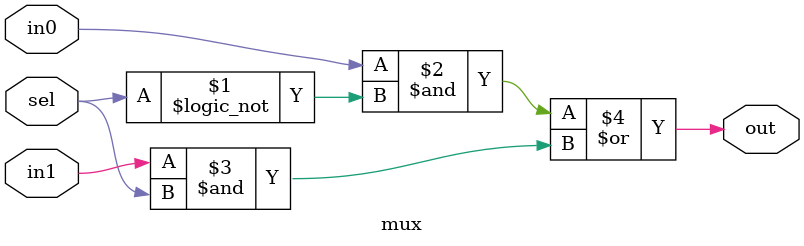
<source format=v>
`timescale 1ns / 1ps

module mux(
  in0, 
  in1, 
  sel, 
  out
);

input sel;

output out;
input in0;
input in1;

assign out = (in0 & !sel) | (in1 &sel);

endmodule
</source>
